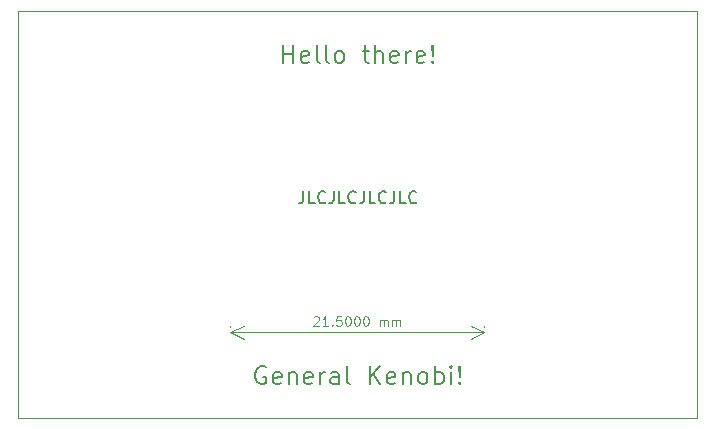
<source format=gto>
%TF.GenerationSoftware,KiCad,Pcbnew,(6.0.11)*%
%TF.CreationDate,2023-05-27T10:47:30+02:00*%
%TF.ProjectId,dclink,64636c69-6e6b-42e6-9b69-6361645f7063,V0*%
%TF.SameCoordinates,Original*%
%TF.FileFunction,Legend,Top*%
%TF.FilePolarity,Positive*%
%FSLAX46Y46*%
G04 Gerber Fmt 4.6, Leading zero omitted, Abs format (unit mm)*
G04 Created by KiCad (PCBNEW (6.0.11)) date 2023-05-27 10:47:30*
%MOMM*%
%LPD*%
G01*
G04 APERTURE LIST*
%ADD10C,0.150000*%
%ADD11C,0.200000*%
%ADD12C,0.120000*%
%ADD13C,12.708000*%
%ADD14C,12.200000*%
%ADD15O,4.500000X4.000000*%
G04 APERTURE END LIST*
D10*
X145280952Y-109852380D02*
X145280952Y-110566666D01*
X145233333Y-110709523D01*
X145138095Y-110804761D01*
X144995238Y-110852380D01*
X144900000Y-110852380D01*
X146233333Y-110852380D02*
X145757142Y-110852380D01*
X145757142Y-109852380D01*
X147138095Y-110757142D02*
X147090476Y-110804761D01*
X146947619Y-110852380D01*
X146852380Y-110852380D01*
X146709523Y-110804761D01*
X146614285Y-110709523D01*
X146566666Y-110614285D01*
X146519047Y-110423809D01*
X146519047Y-110280952D01*
X146566666Y-110090476D01*
X146614285Y-109995238D01*
X146709523Y-109900000D01*
X146852380Y-109852380D01*
X146947619Y-109852380D01*
X147090476Y-109900000D01*
X147138095Y-109947619D01*
X147852380Y-109852380D02*
X147852380Y-110566666D01*
X147804761Y-110709523D01*
X147709523Y-110804761D01*
X147566666Y-110852380D01*
X147471428Y-110852380D01*
X148804761Y-110852380D02*
X148328571Y-110852380D01*
X148328571Y-109852380D01*
X149709523Y-110757142D02*
X149661904Y-110804761D01*
X149519047Y-110852380D01*
X149423809Y-110852380D01*
X149280952Y-110804761D01*
X149185714Y-110709523D01*
X149138095Y-110614285D01*
X149090476Y-110423809D01*
X149090476Y-110280952D01*
X149138095Y-110090476D01*
X149185714Y-109995238D01*
X149280952Y-109900000D01*
X149423809Y-109852380D01*
X149519047Y-109852380D01*
X149661904Y-109900000D01*
X149709523Y-109947619D01*
X150423809Y-109852380D02*
X150423809Y-110566666D01*
X150376190Y-110709523D01*
X150280952Y-110804761D01*
X150138095Y-110852380D01*
X150042857Y-110852380D01*
X151376190Y-110852380D02*
X150900000Y-110852380D01*
X150900000Y-109852380D01*
X152280952Y-110757142D02*
X152233333Y-110804761D01*
X152090476Y-110852380D01*
X151995238Y-110852380D01*
X151852380Y-110804761D01*
X151757142Y-110709523D01*
X151709523Y-110614285D01*
X151661904Y-110423809D01*
X151661904Y-110280952D01*
X151709523Y-110090476D01*
X151757142Y-109995238D01*
X151852380Y-109900000D01*
X151995238Y-109852380D01*
X152090476Y-109852380D01*
X152233333Y-109900000D01*
X152280952Y-109947619D01*
X152995238Y-109852380D02*
X152995238Y-110566666D01*
X152947619Y-110709523D01*
X152852380Y-110804761D01*
X152709523Y-110852380D01*
X152614285Y-110852380D01*
X153947619Y-110852380D02*
X153471428Y-110852380D01*
X153471428Y-109852380D01*
X154852380Y-110757142D02*
X154804761Y-110804761D01*
X154661904Y-110852380D01*
X154566666Y-110852380D01*
X154423809Y-110804761D01*
X154328571Y-110709523D01*
X154280952Y-110614285D01*
X154233333Y-110423809D01*
X154233333Y-110280952D01*
X154280952Y-110090476D01*
X154328571Y-109995238D01*
X154423809Y-109900000D01*
X154566666Y-109852380D01*
X154661904Y-109852380D01*
X154804761Y-109900000D01*
X154852380Y-109947619D01*
D11*
X142078571Y-124750000D02*
X141935714Y-124678571D01*
X141721428Y-124678571D01*
X141507142Y-124750000D01*
X141364285Y-124892857D01*
X141292857Y-125035714D01*
X141221428Y-125321428D01*
X141221428Y-125535714D01*
X141292857Y-125821428D01*
X141364285Y-125964285D01*
X141507142Y-126107142D01*
X141721428Y-126178571D01*
X141864285Y-126178571D01*
X142078571Y-126107142D01*
X142150000Y-126035714D01*
X142150000Y-125535714D01*
X141864285Y-125535714D01*
X143364285Y-126107142D02*
X143221428Y-126178571D01*
X142935714Y-126178571D01*
X142792857Y-126107142D01*
X142721428Y-125964285D01*
X142721428Y-125392857D01*
X142792857Y-125250000D01*
X142935714Y-125178571D01*
X143221428Y-125178571D01*
X143364285Y-125250000D01*
X143435714Y-125392857D01*
X143435714Y-125535714D01*
X142721428Y-125678571D01*
X144078571Y-125178571D02*
X144078571Y-126178571D01*
X144078571Y-125321428D02*
X144150000Y-125250000D01*
X144292857Y-125178571D01*
X144507142Y-125178571D01*
X144650000Y-125250000D01*
X144721428Y-125392857D01*
X144721428Y-126178571D01*
X146007142Y-126107142D02*
X145864285Y-126178571D01*
X145578571Y-126178571D01*
X145435714Y-126107142D01*
X145364285Y-125964285D01*
X145364285Y-125392857D01*
X145435714Y-125250000D01*
X145578571Y-125178571D01*
X145864285Y-125178571D01*
X146007142Y-125250000D01*
X146078571Y-125392857D01*
X146078571Y-125535714D01*
X145364285Y-125678571D01*
X146721428Y-126178571D02*
X146721428Y-125178571D01*
X146721428Y-125464285D02*
X146792857Y-125321428D01*
X146864285Y-125250000D01*
X147007142Y-125178571D01*
X147150000Y-125178571D01*
X148292857Y-126178571D02*
X148292857Y-125392857D01*
X148221428Y-125250000D01*
X148078571Y-125178571D01*
X147792857Y-125178571D01*
X147650000Y-125250000D01*
X148292857Y-126107142D02*
X148150000Y-126178571D01*
X147792857Y-126178571D01*
X147650000Y-126107142D01*
X147578571Y-125964285D01*
X147578571Y-125821428D01*
X147650000Y-125678571D01*
X147792857Y-125607142D01*
X148150000Y-125607142D01*
X148292857Y-125535714D01*
X149221428Y-126178571D02*
X149078571Y-126107142D01*
X149007142Y-125964285D01*
X149007142Y-124678571D01*
X150935714Y-126178571D02*
X150935714Y-124678571D01*
X151792857Y-126178571D02*
X151150000Y-125321428D01*
X151792857Y-124678571D02*
X150935714Y-125535714D01*
X153007142Y-126107142D02*
X152864285Y-126178571D01*
X152578571Y-126178571D01*
X152435714Y-126107142D01*
X152364285Y-125964285D01*
X152364285Y-125392857D01*
X152435714Y-125250000D01*
X152578571Y-125178571D01*
X152864285Y-125178571D01*
X153007142Y-125250000D01*
X153078571Y-125392857D01*
X153078571Y-125535714D01*
X152364285Y-125678571D01*
X153721428Y-125178571D02*
X153721428Y-126178571D01*
X153721428Y-125321428D02*
X153792857Y-125250000D01*
X153935714Y-125178571D01*
X154150000Y-125178571D01*
X154292857Y-125250000D01*
X154364285Y-125392857D01*
X154364285Y-126178571D01*
X155292857Y-126178571D02*
X155150000Y-126107142D01*
X155078571Y-126035714D01*
X155007142Y-125892857D01*
X155007142Y-125464285D01*
X155078571Y-125321428D01*
X155150000Y-125250000D01*
X155292857Y-125178571D01*
X155507142Y-125178571D01*
X155650000Y-125250000D01*
X155721428Y-125321428D01*
X155792857Y-125464285D01*
X155792857Y-125892857D01*
X155721428Y-126035714D01*
X155650000Y-126107142D01*
X155507142Y-126178571D01*
X155292857Y-126178571D01*
X156435714Y-126178571D02*
X156435714Y-124678571D01*
X156435714Y-125250000D02*
X156578571Y-125178571D01*
X156864285Y-125178571D01*
X157007142Y-125250000D01*
X157078571Y-125321428D01*
X157150000Y-125464285D01*
X157150000Y-125892857D01*
X157078571Y-126035714D01*
X157007142Y-126107142D01*
X156864285Y-126178571D01*
X156578571Y-126178571D01*
X156435714Y-126107142D01*
X157792857Y-126178571D02*
X157792857Y-125178571D01*
X157792857Y-124678571D02*
X157721428Y-124750000D01*
X157792857Y-124821428D01*
X157864285Y-124750000D01*
X157792857Y-124678571D01*
X157792857Y-124821428D01*
X158507142Y-126035714D02*
X158578571Y-126107142D01*
X158507142Y-126178571D01*
X158435714Y-126107142D01*
X158507142Y-126035714D01*
X158507142Y-126178571D01*
X158507142Y-125607142D02*
X158435714Y-124750000D01*
X158507142Y-124678571D01*
X158578571Y-124750000D01*
X158507142Y-125607142D01*
X158507142Y-124678571D01*
X143578571Y-98978571D02*
X143578571Y-97478571D01*
X143578571Y-98192857D02*
X144435714Y-98192857D01*
X144435714Y-98978571D02*
X144435714Y-97478571D01*
X145721428Y-98907142D02*
X145578571Y-98978571D01*
X145292857Y-98978571D01*
X145150000Y-98907142D01*
X145078571Y-98764285D01*
X145078571Y-98192857D01*
X145150000Y-98050000D01*
X145292857Y-97978571D01*
X145578571Y-97978571D01*
X145721428Y-98050000D01*
X145792857Y-98192857D01*
X145792857Y-98335714D01*
X145078571Y-98478571D01*
X146650000Y-98978571D02*
X146507142Y-98907142D01*
X146435714Y-98764285D01*
X146435714Y-97478571D01*
X147435714Y-98978571D02*
X147292857Y-98907142D01*
X147221428Y-98764285D01*
X147221428Y-97478571D01*
X148221428Y-98978571D02*
X148078571Y-98907142D01*
X148007142Y-98835714D01*
X147935714Y-98692857D01*
X147935714Y-98264285D01*
X148007142Y-98121428D01*
X148078571Y-98050000D01*
X148221428Y-97978571D01*
X148435714Y-97978571D01*
X148578571Y-98050000D01*
X148650000Y-98121428D01*
X148721428Y-98264285D01*
X148721428Y-98692857D01*
X148650000Y-98835714D01*
X148578571Y-98907142D01*
X148435714Y-98978571D01*
X148221428Y-98978571D01*
X150292857Y-97978571D02*
X150864285Y-97978571D01*
X150507142Y-97478571D02*
X150507142Y-98764285D01*
X150578571Y-98907142D01*
X150721428Y-98978571D01*
X150864285Y-98978571D01*
X151364285Y-98978571D02*
X151364285Y-97478571D01*
X152007142Y-98978571D02*
X152007142Y-98192857D01*
X151935714Y-98050000D01*
X151792857Y-97978571D01*
X151578571Y-97978571D01*
X151435714Y-98050000D01*
X151364285Y-98121428D01*
X153292857Y-98907142D02*
X153150000Y-98978571D01*
X152864285Y-98978571D01*
X152721428Y-98907142D01*
X152650000Y-98764285D01*
X152650000Y-98192857D01*
X152721428Y-98050000D01*
X152864285Y-97978571D01*
X153150000Y-97978571D01*
X153292857Y-98050000D01*
X153364285Y-98192857D01*
X153364285Y-98335714D01*
X152650000Y-98478571D01*
X154007142Y-98978571D02*
X154007142Y-97978571D01*
X154007142Y-98264285D02*
X154078571Y-98121428D01*
X154150000Y-98050000D01*
X154292857Y-97978571D01*
X154435714Y-97978571D01*
X155507142Y-98907142D02*
X155364285Y-98978571D01*
X155078571Y-98978571D01*
X154935714Y-98907142D01*
X154864285Y-98764285D01*
X154864285Y-98192857D01*
X154935714Y-98050000D01*
X155078571Y-97978571D01*
X155364285Y-97978571D01*
X155507142Y-98050000D01*
X155578571Y-98192857D01*
X155578571Y-98335714D01*
X154864285Y-98478571D01*
X156221428Y-98835714D02*
X156292857Y-98907142D01*
X156221428Y-98978571D01*
X156150000Y-98907142D01*
X156221428Y-98835714D01*
X156221428Y-98978571D01*
X156221428Y-98407142D02*
X156150000Y-97550000D01*
X156221428Y-97478571D01*
X156292857Y-97550000D01*
X156221428Y-98407142D01*
X156221428Y-97478571D01*
D12*
X146154761Y-120518095D02*
X146192857Y-120480000D01*
X146269047Y-120441904D01*
X146459523Y-120441904D01*
X146535714Y-120480000D01*
X146573809Y-120518095D01*
X146611904Y-120594285D01*
X146611904Y-120670476D01*
X146573809Y-120784761D01*
X146116666Y-121241904D01*
X146611904Y-121241904D01*
X147373809Y-121241904D02*
X146916666Y-121241904D01*
X147145238Y-121241904D02*
X147145238Y-120441904D01*
X147069047Y-120556190D01*
X146992857Y-120632380D01*
X146916666Y-120670476D01*
X147716666Y-121165714D02*
X147754761Y-121203809D01*
X147716666Y-121241904D01*
X147678571Y-121203809D01*
X147716666Y-121165714D01*
X147716666Y-121241904D01*
X148478571Y-120441904D02*
X148097619Y-120441904D01*
X148059523Y-120822857D01*
X148097619Y-120784761D01*
X148173809Y-120746666D01*
X148364285Y-120746666D01*
X148440476Y-120784761D01*
X148478571Y-120822857D01*
X148516666Y-120899047D01*
X148516666Y-121089523D01*
X148478571Y-121165714D01*
X148440476Y-121203809D01*
X148364285Y-121241904D01*
X148173809Y-121241904D01*
X148097619Y-121203809D01*
X148059523Y-121165714D01*
X149011904Y-120441904D02*
X149088095Y-120441904D01*
X149164285Y-120480000D01*
X149202380Y-120518095D01*
X149240476Y-120594285D01*
X149278571Y-120746666D01*
X149278571Y-120937142D01*
X149240476Y-121089523D01*
X149202380Y-121165714D01*
X149164285Y-121203809D01*
X149088095Y-121241904D01*
X149011904Y-121241904D01*
X148935714Y-121203809D01*
X148897619Y-121165714D01*
X148859523Y-121089523D01*
X148821428Y-120937142D01*
X148821428Y-120746666D01*
X148859523Y-120594285D01*
X148897619Y-120518095D01*
X148935714Y-120480000D01*
X149011904Y-120441904D01*
X149773809Y-120441904D02*
X149850000Y-120441904D01*
X149926190Y-120480000D01*
X149964285Y-120518095D01*
X150002380Y-120594285D01*
X150040476Y-120746666D01*
X150040476Y-120937142D01*
X150002380Y-121089523D01*
X149964285Y-121165714D01*
X149926190Y-121203809D01*
X149850000Y-121241904D01*
X149773809Y-121241904D01*
X149697619Y-121203809D01*
X149659523Y-121165714D01*
X149621428Y-121089523D01*
X149583333Y-120937142D01*
X149583333Y-120746666D01*
X149621428Y-120594285D01*
X149659523Y-120518095D01*
X149697619Y-120480000D01*
X149773809Y-120441904D01*
X150535714Y-120441904D02*
X150611904Y-120441904D01*
X150688095Y-120480000D01*
X150726190Y-120518095D01*
X150764285Y-120594285D01*
X150802380Y-120746666D01*
X150802380Y-120937142D01*
X150764285Y-121089523D01*
X150726190Y-121165714D01*
X150688095Y-121203809D01*
X150611904Y-121241904D01*
X150535714Y-121241904D01*
X150459523Y-121203809D01*
X150421428Y-121165714D01*
X150383333Y-121089523D01*
X150345238Y-120937142D01*
X150345238Y-120746666D01*
X150383333Y-120594285D01*
X150421428Y-120518095D01*
X150459523Y-120480000D01*
X150535714Y-120441904D01*
X151754761Y-121241904D02*
X151754761Y-120708571D01*
X151754761Y-120784761D02*
X151792857Y-120746666D01*
X151869047Y-120708571D01*
X151983333Y-120708571D01*
X152059523Y-120746666D01*
X152097619Y-120822857D01*
X152097619Y-121241904D01*
X152097619Y-120822857D02*
X152135714Y-120746666D01*
X152211904Y-120708571D01*
X152326190Y-120708571D01*
X152402380Y-120746666D01*
X152440476Y-120822857D01*
X152440476Y-121241904D01*
X152821428Y-121241904D02*
X152821428Y-120708571D01*
X152821428Y-120784761D02*
X152859523Y-120746666D01*
X152935714Y-120708571D01*
X153050000Y-120708571D01*
X153126190Y-120746666D01*
X153164285Y-120822857D01*
X153164285Y-121241904D01*
X153164285Y-120822857D02*
X153202380Y-120746666D01*
X153278571Y-120708571D01*
X153392857Y-120708571D01*
X153469047Y-120746666D01*
X153507142Y-120822857D01*
X153507142Y-121241904D01*
X139100000Y-121300000D02*
X139100000Y-121213580D01*
X160600000Y-121300000D02*
X160600000Y-121213580D01*
X139100000Y-121800000D02*
X160600000Y-121800000D01*
X139100000Y-121800000D02*
X160600000Y-121800000D01*
X139100000Y-121800000D02*
X140226504Y-122386421D01*
X139100000Y-121800000D02*
X140226504Y-121213579D01*
X160600000Y-121800000D02*
X159473496Y-121213579D01*
X160600000Y-121800000D02*
X159473496Y-122386421D01*
D10*
%TO.C, *%
D12*
X178600000Y-129050000D02*
X121100000Y-129050000D01*
X121100000Y-129050000D02*
X121100000Y-94550000D01*
X121100000Y-94550000D02*
X178600000Y-94550000D01*
X178600000Y-94550000D02*
X178600000Y-129050000D01*
%TD*%
%LPC*%
D13*
%TO.C, *%
X129350000Y-86000000D03*
D14*
X170350000Y-86000000D03*
%TD*%
D15*
%TO.C, *%
X123850000Y-101800000D03*
X175850000Y-101800000D03*
X123850000Y-121800000D03*
X175850000Y-121800000D03*
%TD*%
M02*

</source>
